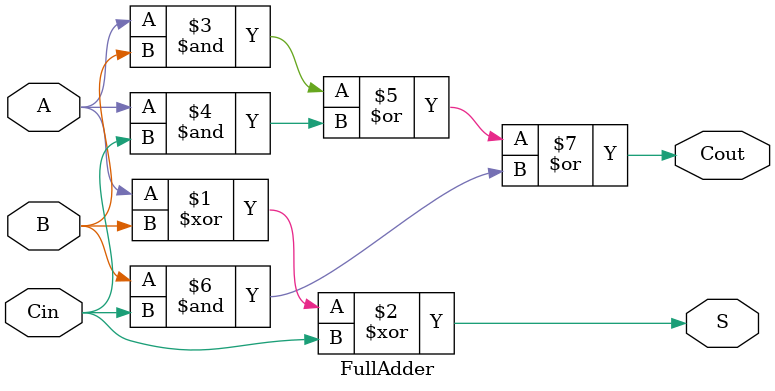
<source format=v>
`timescale 1ns / 1ps
module adder32(
 input [31:0] A,     
    input [31:0] B,     
    input Cin,          
    output [31:0] S,    
    output Cout         
    );
 wire [31:0] carry;

    
    genvar i;
    generate
        for (i = 0; i < 32; i = i + 1) begin : bit_adder
            if (i == 0) begin
                
                FullAdder fa (
                    .A(A[i]),
                    .B(B[i]),
                    .Cin(Cin),
                    .S(S[i]),
                    .Cout(carry[i])
                );
            end else begin
                
                FullAdder fa (
                    .A(A[i]),
                    .B(B[i]),
                    .Cin(carry[i-1]),
                    .S(S[i]),
                    .Cout(carry[i])
                );
            end
        end
    endgenerate

    
    assign Cout = carry[31];

endmodule


module FullAdder (
    input A,          
    input B,          
    input Cin,        
    output S,         
    output Cout       
);
    
    assign S = A ^ B ^ Cin;

    
    assign Cout = (A & B) | (A & Cin) | (B & Cin);


endmodule

</source>
